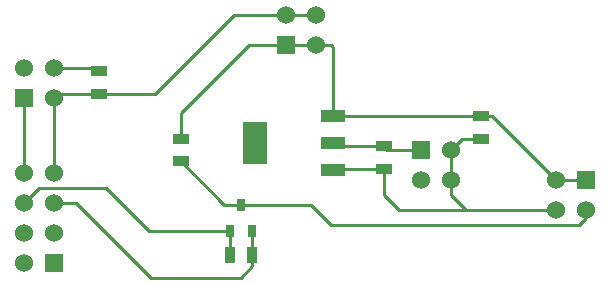
<source format=gtl>
G04 (created by PCBNEW (2013-may-18)-stable) date Wed 29 Apr 2015 01:49:59 AM PDT*
%MOIN*%
G04 Gerber Fmt 3.4, Leading zero omitted, Abs format*
%FSLAX34Y34*%
G01*
G70*
G90*
G04 APERTURE LIST*
%ADD10C,0.00590551*%
%ADD11R,0.0315X0.0394*%
%ADD12R,0.08X0.144*%
%ADD13R,0.08X0.04*%
%ADD14R,0.055X0.035*%
%ADD15R,0.035X0.055*%
%ADD16R,0.06X0.06*%
%ADD17C,0.06*%
%ADD18C,0.01*%
G04 APERTURE END LIST*
G54D10*
G54D11*
X28000Y-23317D03*
X28375Y-24183D03*
X27625Y-24183D03*
G54D12*
X28450Y-21250D03*
G54D13*
X31050Y-21250D03*
X31050Y-20350D03*
X31050Y-22150D03*
G54D14*
X23250Y-19625D03*
X23250Y-18875D03*
X32750Y-21375D03*
X32750Y-22125D03*
X36000Y-20375D03*
X36000Y-21125D03*
G54D15*
X27625Y-25000D03*
X28375Y-25000D03*
G54D14*
X26000Y-21125D03*
X26000Y-21875D03*
G54D16*
X21750Y-25250D03*
G54D17*
X20750Y-25250D03*
X21750Y-24250D03*
X20750Y-24250D03*
X21750Y-23250D03*
X20750Y-23250D03*
X21750Y-22250D03*
X20750Y-22250D03*
G54D16*
X29500Y-18000D03*
G54D17*
X29500Y-17000D03*
X30500Y-18000D03*
X30500Y-17000D03*
G54D16*
X34000Y-21500D03*
G54D17*
X35000Y-21500D03*
X34000Y-22500D03*
X35000Y-22500D03*
G54D16*
X39500Y-22500D03*
G54D17*
X39500Y-23500D03*
X38500Y-22500D03*
X38500Y-23500D03*
G54D16*
X20750Y-19750D03*
G54D17*
X20750Y-18750D03*
X21750Y-19750D03*
X21750Y-18750D03*
G54D18*
X27625Y-24183D02*
X27625Y-25000D01*
X20750Y-23250D02*
X21250Y-22750D01*
X24933Y-24183D02*
X27625Y-24183D01*
X23500Y-22750D02*
X24933Y-24183D01*
X22500Y-22750D02*
X23500Y-22750D01*
X21250Y-22750D02*
X22500Y-22750D01*
X34000Y-21500D02*
X32875Y-21500D01*
X32875Y-21500D02*
X32750Y-21375D01*
X32750Y-21375D02*
X31175Y-21375D01*
X31175Y-21375D02*
X31050Y-21250D01*
X36000Y-20375D02*
X31075Y-20375D01*
X31075Y-20375D02*
X31050Y-20350D01*
X36000Y-20375D02*
X36375Y-20375D01*
X36375Y-20375D02*
X38500Y-22500D01*
X39500Y-22500D02*
X38500Y-22500D01*
X30500Y-18000D02*
X31000Y-18000D01*
X31000Y-18000D02*
X31050Y-18050D01*
X31050Y-18050D02*
X31050Y-20350D01*
X30500Y-18000D02*
X29500Y-18000D01*
X26000Y-21125D02*
X26000Y-20250D01*
X28250Y-18000D02*
X29500Y-18000D01*
X26000Y-20250D02*
X28250Y-18000D01*
X24625Y-19625D02*
X25125Y-19625D01*
X23250Y-19625D02*
X24625Y-19625D01*
X27750Y-17000D02*
X29500Y-17000D01*
X25125Y-19625D02*
X27750Y-17000D01*
X21750Y-22250D02*
X21750Y-21750D01*
X21750Y-21750D02*
X21750Y-19750D01*
X32750Y-22125D02*
X32750Y-23000D01*
X33250Y-23500D02*
X36000Y-23500D01*
X32750Y-23000D02*
X33250Y-23500D01*
X32750Y-22125D02*
X31075Y-22125D01*
X31075Y-22125D02*
X31050Y-22150D01*
X35000Y-22500D02*
X35000Y-23000D01*
X35000Y-23000D02*
X35500Y-23500D01*
X35500Y-23500D02*
X36000Y-23500D01*
X36000Y-23500D02*
X38500Y-23500D01*
X35000Y-21500D02*
X35000Y-22500D01*
X36000Y-21125D02*
X35375Y-21125D01*
X35375Y-21125D02*
X35000Y-21500D01*
X30500Y-17000D02*
X29500Y-17000D01*
X23250Y-19625D02*
X21875Y-19625D01*
X21875Y-19625D02*
X21750Y-19750D01*
X21750Y-18750D02*
X23125Y-18750D01*
X23125Y-18750D02*
X23250Y-18875D01*
X28000Y-23317D02*
X30317Y-23317D01*
X28000Y-23317D02*
X27442Y-23317D01*
X27442Y-23317D02*
X26000Y-21875D01*
X39500Y-23500D02*
X39500Y-23750D01*
X39500Y-23750D02*
X39250Y-24000D01*
X39250Y-24000D02*
X31000Y-24000D01*
X31000Y-24000D02*
X30317Y-23317D01*
X21750Y-23250D02*
X22500Y-23250D01*
X28375Y-25375D02*
X28375Y-25000D01*
X28000Y-25750D02*
X28375Y-25375D01*
X25000Y-25750D02*
X28000Y-25750D01*
X22500Y-23250D02*
X25000Y-25750D01*
X28375Y-24183D02*
X28375Y-25000D01*
X20750Y-22250D02*
X20750Y-21500D01*
X20750Y-19750D02*
X20750Y-21500D01*
X20750Y-21500D02*
X20750Y-21750D01*
M02*

</source>
